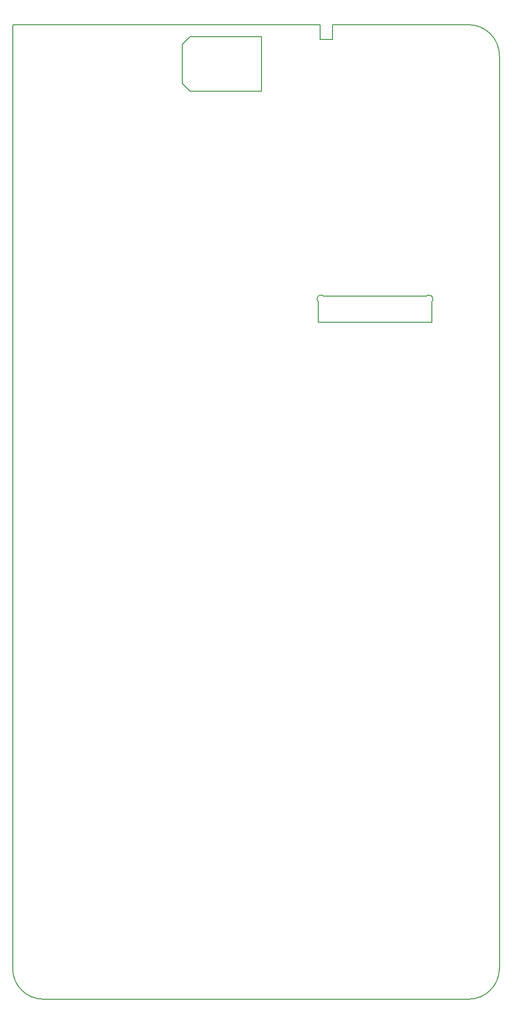
<source format=gbr>
G04 #@! TF.GenerationSoftware,KiCad,Pcbnew,5.0.0*
G04 #@! TF.CreationDate,2018-09-24T15:23:07-04:00*
G04 #@! TF.ProjectId,dvk-mx8m-bsb,64766B2D6D78386D2D6273622E6B6963,v0.1.3*
G04 #@! TF.SameCoordinates,Original*
G04 #@! TF.FileFunction,Profile,NP*
%FSLAX46Y46*%
G04 Gerber Fmt 4.6, Leading zero omitted, Abs format (unit mm)*
G04 Created by KiCad (PCBNEW 5.0.0) date Mon Sep 24 15:23:07 2018*
%MOMM*%
%LPD*%
G01*
G04 APERTURE LIST*
%ADD10C,0.150000*%
G04 #@! TA.AperFunction,NonConductor*
%ADD11C,0.150000*%
G04 #@! TD*
G04 APERTURE END LIST*
D10*
X150000000Y-232800000D02*
X150000000Y-64200000D01*
X119150000Y-58500000D02*
X144300000Y-58500000D01*
X119150000Y-61200000D02*
X119150000Y-58500000D01*
X116850000Y-61200000D02*
X119150000Y-61200000D01*
X116850000Y-58500000D02*
X116850000Y-61200000D01*
X144300000Y-238500000D02*
G75*
G03X150000000Y-232800000I0J5700000D01*
G01*
X65700000Y-238500000D02*
X144300000Y-238500000D01*
X150000000Y-64200000D02*
G75*
G03X144300000Y-58500000I-5700000J0D01*
G01*
X116850000Y-58500000D02*
X60000000Y-58500000D01*
X60000000Y-58500000D02*
X60000000Y-232800000D01*
X60000000Y-232800000D02*
G75*
G03X65700000Y-238500000I5700000J0D01*
G01*
D11*
G04 #@! TO.C,LS1601*
X106025000Y-60690000D02*
X92800000Y-60690000D01*
X91375000Y-69365000D02*
X91375000Y-62115000D01*
X106025000Y-70790000D02*
X92800000Y-70790000D01*
X106025000Y-70790000D02*
X106025000Y-60690000D01*
X91375000Y-69365000D02*
X92800000Y-70790000D01*
X92800000Y-60690000D02*
X91375000Y-62115000D01*
G04 #@! TO.C,J1803*
X117500000Y-108640000D02*
G75*
G03X116500000Y-109640000I-500000J-500000D01*
G01*
X137500000Y-113450000D02*
X137500000Y-109640000D01*
X136500000Y-108640000D02*
X117500000Y-108640000D01*
X116500000Y-109640000D02*
X116500000Y-113450000D01*
X116500000Y-113450000D02*
X137500000Y-113450000D01*
X136500000Y-108640000D02*
G75*
G02X137500000Y-109640000I500000J-500000D01*
G01*
G04 #@! TD*
M02*

</source>
